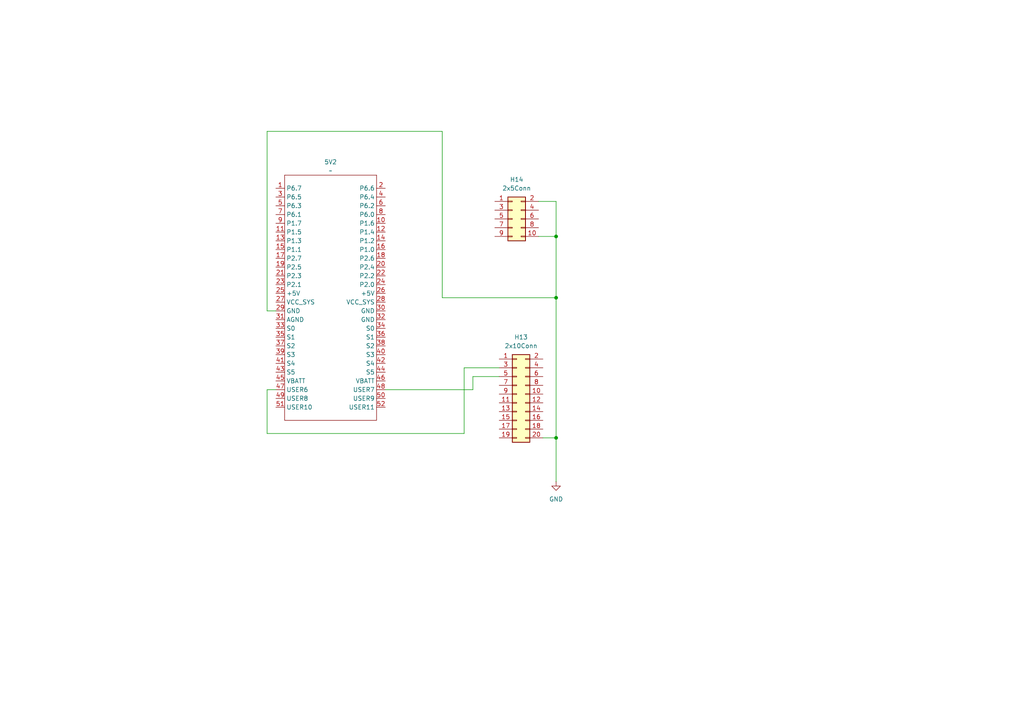
<source format=kicad_sch>
(kicad_sch
	(version 20231120)
	(generator "eeschema")
	(generator_version "8.0")
	(uuid "bc74a7a4-75c4-4c97-88d4-057cb7df2da3")
	(paper "A4")
	(lib_symbols
		(symbol "Connector_Generic:Conn_02x05_Odd_Even"
			(pin_names
				(offset 1.016) hide)
			(exclude_from_sim no)
			(in_bom yes)
			(on_board yes)
			(property "Reference" "J"
				(at 1.27 7.62 0)
				(effects
					(font
						(size 1.27 1.27)
					)
				)
			)
			(property "Value" "Conn_02x05_Odd_Even"
				(at 1.27 -7.62 0)
				(effects
					(font
						(size 1.27 1.27)
					)
				)
			)
			(property "Footprint" ""
				(at 0 0 0)
				(effects
					(font
						(size 1.27 1.27)
					)
					(hide yes)
				)
			)
			(property "Datasheet" "~"
				(at 0 0 0)
				(effects
					(font
						(size 1.27 1.27)
					)
					(hide yes)
				)
			)
			(property "Description" "Generic connector, double row, 02x05, odd/even pin numbering scheme (row 1 odd numbers, row 2 even numbers), script generated (kicad-library-utils/schlib/autogen/connector/)"
				(at 0 0 0)
				(effects
					(font
						(size 1.27 1.27)
					)
					(hide yes)
				)
			)
			(property "ki_keywords" "connector"
				(at 0 0 0)
				(effects
					(font
						(size 1.27 1.27)
					)
					(hide yes)
				)
			)
			(property "ki_fp_filters" "Connector*:*_2x??_*"
				(at 0 0 0)
				(effects
					(font
						(size 1.27 1.27)
					)
					(hide yes)
				)
			)
			(symbol "Conn_02x05_Odd_Even_1_1"
				(rectangle
					(start -1.27 -4.953)
					(end 0 -5.207)
					(stroke
						(width 0.1524)
						(type default)
					)
					(fill
						(type none)
					)
				)
				(rectangle
					(start -1.27 -2.413)
					(end 0 -2.667)
					(stroke
						(width 0.1524)
						(type default)
					)
					(fill
						(type none)
					)
				)
				(rectangle
					(start -1.27 0.127)
					(end 0 -0.127)
					(stroke
						(width 0.1524)
						(type default)
					)
					(fill
						(type none)
					)
				)
				(rectangle
					(start -1.27 2.667)
					(end 0 2.413)
					(stroke
						(width 0.1524)
						(type default)
					)
					(fill
						(type none)
					)
				)
				(rectangle
					(start -1.27 5.207)
					(end 0 4.953)
					(stroke
						(width 0.1524)
						(type default)
					)
					(fill
						(type none)
					)
				)
				(rectangle
					(start -1.27 6.35)
					(end 3.81 -6.35)
					(stroke
						(width 0.254)
						(type default)
					)
					(fill
						(type background)
					)
				)
				(rectangle
					(start 3.81 -4.953)
					(end 2.54 -5.207)
					(stroke
						(width 0.1524)
						(type default)
					)
					(fill
						(type none)
					)
				)
				(rectangle
					(start 3.81 -2.413)
					(end 2.54 -2.667)
					(stroke
						(width 0.1524)
						(type default)
					)
					(fill
						(type none)
					)
				)
				(rectangle
					(start 3.81 0.127)
					(end 2.54 -0.127)
					(stroke
						(width 0.1524)
						(type default)
					)
					(fill
						(type none)
					)
				)
				(rectangle
					(start 3.81 2.667)
					(end 2.54 2.413)
					(stroke
						(width 0.1524)
						(type default)
					)
					(fill
						(type none)
					)
				)
				(rectangle
					(start 3.81 5.207)
					(end 2.54 4.953)
					(stroke
						(width 0.1524)
						(type default)
					)
					(fill
						(type none)
					)
				)
				(pin passive line
					(at -5.08 5.08 0)
					(length 3.81)
					(name "Pin_1"
						(effects
							(font
								(size 1.27 1.27)
							)
						)
					)
					(number "1"
						(effects
							(font
								(size 1.27 1.27)
							)
						)
					)
				)
				(pin passive line
					(at 7.62 -5.08 180)
					(length 3.81)
					(name "Pin_10"
						(effects
							(font
								(size 1.27 1.27)
							)
						)
					)
					(number "10"
						(effects
							(font
								(size 1.27 1.27)
							)
						)
					)
				)
				(pin passive line
					(at 7.62 5.08 180)
					(length 3.81)
					(name "Pin_2"
						(effects
							(font
								(size 1.27 1.27)
							)
						)
					)
					(number "2"
						(effects
							(font
								(size 1.27 1.27)
							)
						)
					)
				)
				(pin passive line
					(at -5.08 2.54 0)
					(length 3.81)
					(name "Pin_3"
						(effects
							(font
								(size 1.27 1.27)
							)
						)
					)
					(number "3"
						(effects
							(font
								(size 1.27 1.27)
							)
						)
					)
				)
				(pin passive line
					(at 7.62 2.54 180)
					(length 3.81)
					(name "Pin_4"
						(effects
							(font
								(size 1.27 1.27)
							)
						)
					)
					(number "4"
						(effects
							(font
								(size 1.27 1.27)
							)
						)
					)
				)
				(pin passive line
					(at -5.08 0 0)
					(length 3.81)
					(name "Pin_5"
						(effects
							(font
								(size 1.27 1.27)
							)
						)
					)
					(number "5"
						(effects
							(font
								(size 1.27 1.27)
							)
						)
					)
				)
				(pin passive line
					(at 7.62 0 180)
					(length 3.81)
					(name "Pin_6"
						(effects
							(font
								(size 1.27 1.27)
							)
						)
					)
					(number "6"
						(effects
							(font
								(size 1.27 1.27)
							)
						)
					)
				)
				(pin passive line
					(at -5.08 -2.54 0)
					(length 3.81)
					(name "Pin_7"
						(effects
							(font
								(size 1.27 1.27)
							)
						)
					)
					(number "7"
						(effects
							(font
								(size 1.27 1.27)
							)
						)
					)
				)
				(pin passive line
					(at 7.62 -2.54 180)
					(length 3.81)
					(name "Pin_8"
						(effects
							(font
								(size 1.27 1.27)
							)
						)
					)
					(number "8"
						(effects
							(font
								(size 1.27 1.27)
							)
						)
					)
				)
				(pin passive line
					(at -5.08 -5.08 0)
					(length 3.81)
					(name "Pin_9"
						(effects
							(font
								(size 1.27 1.27)
							)
						)
					)
					(number "9"
						(effects
							(font
								(size 1.27 1.27)
							)
						)
					)
				)
			)
		)
		(symbol "Connector_Generic:Conn_02x10_Odd_Even"
			(pin_names
				(offset 1.016) hide)
			(exclude_from_sim no)
			(in_bom yes)
			(on_board yes)
			(property "Reference" "J"
				(at 1.27 12.7 0)
				(effects
					(font
						(size 1.27 1.27)
					)
				)
			)
			(property "Value" "Conn_02x10_Odd_Even"
				(at 1.27 -15.24 0)
				(effects
					(font
						(size 1.27 1.27)
					)
				)
			)
			(property "Footprint" ""
				(at 0 0 0)
				(effects
					(font
						(size 1.27 1.27)
					)
					(hide yes)
				)
			)
			(property "Datasheet" "~"
				(at 0 0 0)
				(effects
					(font
						(size 1.27 1.27)
					)
					(hide yes)
				)
			)
			(property "Description" "Generic connector, double row, 02x10, odd/even pin numbering scheme (row 1 odd numbers, row 2 even numbers), script generated (kicad-library-utils/schlib/autogen/connector/)"
				(at 0 0 0)
				(effects
					(font
						(size 1.27 1.27)
					)
					(hide yes)
				)
			)
			(property "ki_keywords" "connector"
				(at 0 0 0)
				(effects
					(font
						(size 1.27 1.27)
					)
					(hide yes)
				)
			)
			(property "ki_fp_filters" "Connector*:*_2x??_*"
				(at 0 0 0)
				(effects
					(font
						(size 1.27 1.27)
					)
					(hide yes)
				)
			)
			(symbol "Conn_02x10_Odd_Even_1_1"
				(rectangle
					(start -1.27 -12.573)
					(end 0 -12.827)
					(stroke
						(width 0.1524)
						(type default)
					)
					(fill
						(type none)
					)
				)
				(rectangle
					(start -1.27 -10.033)
					(end 0 -10.287)
					(stroke
						(width 0.1524)
						(type default)
					)
					(fill
						(type none)
					)
				)
				(rectangle
					(start -1.27 -7.493)
					(end 0 -7.747)
					(stroke
						(width 0.1524)
						(type default)
					)
					(fill
						(type none)
					)
				)
				(rectangle
					(start -1.27 -4.953)
					(end 0 -5.207)
					(stroke
						(width 0.1524)
						(type default)
					)
					(fill
						(type none)
					)
				)
				(rectangle
					(start -1.27 -2.413)
					(end 0 -2.667)
					(stroke
						(width 0.1524)
						(type default)
					)
					(fill
						(type none)
					)
				)
				(rectangle
					(start -1.27 0.127)
					(end 0 -0.127)
					(stroke
						(width 0.1524)
						(type default)
					)
					(fill
						(type none)
					)
				)
				(rectangle
					(start -1.27 2.667)
					(end 0 2.413)
					(stroke
						(width 0.1524)
						(type default)
					)
					(fill
						(type none)
					)
				)
				(rectangle
					(start -1.27 5.207)
					(end 0 4.953)
					(stroke
						(width 0.1524)
						(type default)
					)
					(fill
						(type none)
					)
				)
				(rectangle
					(start -1.27 7.747)
					(end 0 7.493)
					(stroke
						(width 0.1524)
						(type default)
					)
					(fill
						(type none)
					)
				)
				(rectangle
					(start -1.27 10.287)
					(end 0 10.033)
					(stroke
						(width 0.1524)
						(type default)
					)
					(fill
						(type none)
					)
				)
				(rectangle
					(start -1.27 11.43)
					(end 3.81 -13.97)
					(stroke
						(width 0.254)
						(type default)
					)
					(fill
						(type background)
					)
				)
				(rectangle
					(start 3.81 -12.573)
					(end 2.54 -12.827)
					(stroke
						(width 0.1524)
						(type default)
					)
					(fill
						(type none)
					)
				)
				(rectangle
					(start 3.81 -10.033)
					(end 2.54 -10.287)
					(stroke
						(width 0.1524)
						(type default)
					)
					(fill
						(type none)
					)
				)
				(rectangle
					(start 3.81 -7.493)
					(end 2.54 -7.747)
					(stroke
						(width 0.1524)
						(type default)
					)
					(fill
						(type none)
					)
				)
				(rectangle
					(start 3.81 -4.953)
					(end 2.54 -5.207)
					(stroke
						(width 0.1524)
						(type default)
					)
					(fill
						(type none)
					)
				)
				(rectangle
					(start 3.81 -2.413)
					(end 2.54 -2.667)
					(stroke
						(width 0.1524)
						(type default)
					)
					(fill
						(type none)
					)
				)
				(rectangle
					(start 3.81 0.127)
					(end 2.54 -0.127)
					(stroke
						(width 0.1524)
						(type default)
					)
					(fill
						(type none)
					)
				)
				(rectangle
					(start 3.81 2.667)
					(end 2.54 2.413)
					(stroke
						(width 0.1524)
						(type default)
					)
					(fill
						(type none)
					)
				)
				(rectangle
					(start 3.81 5.207)
					(end 2.54 4.953)
					(stroke
						(width 0.1524)
						(type default)
					)
					(fill
						(type none)
					)
				)
				(rectangle
					(start 3.81 7.747)
					(end 2.54 7.493)
					(stroke
						(width 0.1524)
						(type default)
					)
					(fill
						(type none)
					)
				)
				(rectangle
					(start 3.81 10.287)
					(end 2.54 10.033)
					(stroke
						(width 0.1524)
						(type default)
					)
					(fill
						(type none)
					)
				)
				(pin passive line
					(at -5.08 10.16 0)
					(length 3.81)
					(name "Pin_1"
						(effects
							(font
								(size 1.27 1.27)
							)
						)
					)
					(number "1"
						(effects
							(font
								(size 1.27 1.27)
							)
						)
					)
				)
				(pin passive line
					(at 7.62 0 180)
					(length 3.81)
					(name "Pin_10"
						(effects
							(font
								(size 1.27 1.27)
							)
						)
					)
					(number "10"
						(effects
							(font
								(size 1.27 1.27)
							)
						)
					)
				)
				(pin passive line
					(at -5.08 -2.54 0)
					(length 3.81)
					(name "Pin_11"
						(effects
							(font
								(size 1.27 1.27)
							)
						)
					)
					(number "11"
						(effects
							(font
								(size 1.27 1.27)
							)
						)
					)
				)
				(pin passive line
					(at 7.62 -2.54 180)
					(length 3.81)
					(name "Pin_12"
						(effects
							(font
								(size 1.27 1.27)
							)
						)
					)
					(number "12"
						(effects
							(font
								(size 1.27 1.27)
							)
						)
					)
				)
				(pin passive line
					(at -5.08 -5.08 0)
					(length 3.81)
					(name "Pin_13"
						(effects
							(font
								(size 1.27 1.27)
							)
						)
					)
					(number "13"
						(effects
							(font
								(size 1.27 1.27)
							)
						)
					)
				)
				(pin passive line
					(at 7.62 -5.08 180)
					(length 3.81)
					(name "Pin_14"
						(effects
							(font
								(size 1.27 1.27)
							)
						)
					)
					(number "14"
						(effects
							(font
								(size 1.27 1.27)
							)
						)
					)
				)
				(pin passive line
					(at -5.08 -7.62 0)
					(length 3.81)
					(name "Pin_15"
						(effects
							(font
								(size 1.27 1.27)
							)
						)
					)
					(number "15"
						(effects
							(font
								(size 1.27 1.27)
							)
						)
					)
				)
				(pin passive line
					(at 7.62 -7.62 180)
					(length 3.81)
					(name "Pin_16"
						(effects
							(font
								(size 1.27 1.27)
							)
						)
					)
					(number "16"
						(effects
							(font
								(size 1.27 1.27)
							)
						)
					)
				)
				(pin passive line
					(at -5.08 -10.16 0)
					(length 3.81)
					(name "Pin_17"
						(effects
							(font
								(size 1.27 1.27)
							)
						)
					)
					(number "17"
						(effects
							(font
								(size 1.27 1.27)
							)
						)
					)
				)
				(pin passive line
					(at 7.62 -10.16 180)
					(length 3.81)
					(name "Pin_18"
						(effects
							(font
								(size 1.27 1.27)
							)
						)
					)
					(number "18"
						(effects
							(font
								(size 1.27 1.27)
							)
						)
					)
				)
				(pin passive line
					(at -5.08 -12.7 0)
					(length 3.81)
					(name "Pin_19"
						(effects
							(font
								(size 1.27 1.27)
							)
						)
					)
					(number "19"
						(effects
							(font
								(size 1.27 1.27)
							)
						)
					)
				)
				(pin passive line
					(at 7.62 10.16 180)
					(length 3.81)
					(name "Pin_2"
						(effects
							(font
								(size 1.27 1.27)
							)
						)
					)
					(number "2"
						(effects
							(font
								(size 1.27 1.27)
							)
						)
					)
				)
				(pin passive line
					(at 7.62 -12.7 180)
					(length 3.81)
					(name "Pin_20"
						(effects
							(font
								(size 1.27 1.27)
							)
						)
					)
					(number "20"
						(effects
							(font
								(size 1.27 1.27)
							)
						)
					)
				)
				(pin passive line
					(at -5.08 7.62 0)
					(length 3.81)
					(name "Pin_3"
						(effects
							(font
								(size 1.27 1.27)
							)
						)
					)
					(number "3"
						(effects
							(font
								(size 1.27 1.27)
							)
						)
					)
				)
				(pin passive line
					(at 7.62 7.62 180)
					(length 3.81)
					(name "Pin_4"
						(effects
							(font
								(size 1.27 1.27)
							)
						)
					)
					(number "4"
						(effects
							(font
								(size 1.27 1.27)
							)
						)
					)
				)
				(pin passive line
					(at -5.08 5.08 0)
					(length 3.81)
					(name "Pin_5"
						(effects
							(font
								(size 1.27 1.27)
							)
						)
					)
					(number "5"
						(effects
							(font
								(size 1.27 1.27)
							)
						)
					)
				)
				(pin passive line
					(at 7.62 5.08 180)
					(length 3.81)
					(name "Pin_6"
						(effects
							(font
								(size 1.27 1.27)
							)
						)
					)
					(number "6"
						(effects
							(font
								(size 1.27 1.27)
							)
						)
					)
				)
				(pin passive line
					(at -5.08 2.54 0)
					(length 3.81)
					(name "Pin_7"
						(effects
							(font
								(size 1.27 1.27)
							)
						)
					)
					(number "7"
						(effects
							(font
								(size 1.27 1.27)
							)
						)
					)
				)
				(pin passive line
					(at 7.62 2.54 180)
					(length 3.81)
					(name "Pin_8"
						(effects
							(font
								(size 1.27 1.27)
							)
						)
					)
					(number "8"
						(effects
							(font
								(size 1.27 1.27)
							)
						)
					)
				)
				(pin passive line
					(at -5.08 0 0)
					(length 3.81)
					(name "Pin_9"
						(effects
							(font
								(size 1.27 1.27)
							)
						)
					)
					(number "9"
						(effects
							(font
								(size 1.27 1.27)
							)
						)
					)
				)
			)
		)
		(symbol "NewSymbols:H2H-2X26-F"
			(exclude_from_sim no)
			(in_bom yes)
			(on_board yes)
			(property "Reference" "5V26"
				(at -10.16 17.018 0)
				(effects
					(font
						(size 1.27 1.27)
					)
				)
			)
			(property "Value" ""
				(at 0 0 0)
				(effects
					(font
						(size 1.27 1.27)
					)
				)
			)
			(property "Footprint" ""
				(at 0 0 0)
				(effects
					(font
						(size 1.27 1.27)
					)
					(hide yes)
				)
			)
			(property "Datasheet" ""
				(at 0 0 0)
				(effects
					(font
						(size 1.27 1.27)
					)
					(hide yes)
				)
			)
			(property "Description" ""
				(at 0 0 0)
				(effects
					(font
						(size 1.27 1.27)
					)
					(hide yes)
				)
			)
			(symbol "H2H-2X26-F_0_1"
				(polyline
					(pts
						(xy 13.97 15.24) (xy -12.7 15.24)
					)
					(stroke
						(width 0)
						(type default)
					)
					(fill
						(type none)
					)
				)
				(polyline
					(pts
						(xy -12.7 15.24) (xy -12.7 -55.88) (xy 13.97 -55.88) (xy 13.97 15.24)
					)
					(stroke
						(width 0)
						(type default)
					)
					(fill
						(type none)
					)
				)
			)
			(symbol "H2H-2X26-F_1_1"
				(pin input line
					(at -15.24 11.43 0)
					(length 2.54)
					(name "P6.7"
						(effects
							(font
								(size 1.27 1.27)
							)
						)
					)
					(number "1"
						(effects
							(font
								(size 1.27 1.27)
							)
						)
					)
				)
				(pin input line
					(at 16.51 1.27 180)
					(length 2.54)
					(name "P1.6"
						(effects
							(font
								(size 1.27 1.27)
							)
						)
					)
					(number "10"
						(effects
							(font
								(size 1.27 1.27)
							)
						)
					)
				)
				(pin input line
					(at -15.24 -1.27 0)
					(length 2.54)
					(name "P1.5"
						(effects
							(font
								(size 1.27 1.27)
							)
						)
					)
					(number "11"
						(effects
							(font
								(size 1.27 1.27)
							)
						)
					)
				)
				(pin input line
					(at 16.51 -1.27 180)
					(length 2.54)
					(name "P1.4"
						(effects
							(font
								(size 1.27 1.27)
							)
						)
					)
					(number "12"
						(effects
							(font
								(size 1.27 1.27)
							)
						)
					)
				)
				(pin input line
					(at -15.24 -3.81 0)
					(length 2.54)
					(name "P1.3"
						(effects
							(font
								(size 1.27 1.27)
							)
						)
					)
					(number "13"
						(effects
							(font
								(size 1.27 1.27)
							)
						)
					)
				)
				(pin input line
					(at 16.51 -3.81 180)
					(length 2.54)
					(name "P1.2"
						(effects
							(font
								(size 1.27 1.27)
							)
						)
					)
					(number "14"
						(effects
							(font
								(size 1.27 1.27)
							)
						)
					)
				)
				(pin input line
					(at -15.24 -6.35 0)
					(length 2.54)
					(name "P1.1"
						(effects
							(font
								(size 1.27 1.27)
							)
						)
					)
					(number "15"
						(effects
							(font
								(size 1.27 1.27)
							)
						)
					)
				)
				(pin input line
					(at 16.51 -6.35 180)
					(length 2.54)
					(name "P1.0"
						(effects
							(font
								(size 1.27 1.27)
							)
						)
					)
					(number "16"
						(effects
							(font
								(size 1.27 1.27)
							)
						)
					)
				)
				(pin input line
					(at -15.24 -8.89 0)
					(length 2.54)
					(name "P2.7"
						(effects
							(font
								(size 1.27 1.27)
							)
						)
					)
					(number "17"
						(effects
							(font
								(size 1.27 1.27)
							)
						)
					)
				)
				(pin input line
					(at 16.51 -8.89 180)
					(length 2.54)
					(name "P2.6"
						(effects
							(font
								(size 1.27 1.27)
							)
						)
					)
					(number "18"
						(effects
							(font
								(size 1.27 1.27)
							)
						)
					)
				)
				(pin input line
					(at -15.24 -11.43 0)
					(length 2.54)
					(name "P2.5"
						(effects
							(font
								(size 1.27 1.27)
							)
						)
					)
					(number "19"
						(effects
							(font
								(size 1.27 1.27)
							)
						)
					)
				)
				(pin input line
					(at 16.51 11.43 180)
					(length 2.54)
					(name "P6.6"
						(effects
							(font
								(size 1.27 1.27)
							)
						)
					)
					(number "2"
						(effects
							(font
								(size 1.27 1.27)
							)
						)
					)
				)
				(pin input line
					(at 16.51 -11.43 180)
					(length 2.54)
					(name "P2.4"
						(effects
							(font
								(size 1.27 1.27)
							)
						)
					)
					(number "20"
						(effects
							(font
								(size 1.27 1.27)
							)
						)
					)
				)
				(pin input line
					(at -15.24 -13.97 0)
					(length 2.54)
					(name "P2.3"
						(effects
							(font
								(size 1.27 1.27)
							)
						)
					)
					(number "21"
						(effects
							(font
								(size 1.27 1.27)
							)
						)
					)
				)
				(pin input line
					(at 16.51 -13.97 180)
					(length 2.54)
					(name "P2.2"
						(effects
							(font
								(size 1.27 1.27)
							)
						)
					)
					(number "22"
						(effects
							(font
								(size 1.27 1.27)
							)
						)
					)
				)
				(pin input line
					(at -15.24 -16.51 0)
					(length 2.54)
					(name "P2.1"
						(effects
							(font
								(size 1.27 1.27)
							)
						)
					)
					(number "23"
						(effects
							(font
								(size 1.27 1.27)
							)
						)
					)
				)
				(pin input line
					(at 16.51 -16.51 180)
					(length 2.54)
					(name "P2.0"
						(effects
							(font
								(size 1.27 1.27)
							)
						)
					)
					(number "24"
						(effects
							(font
								(size 1.27 1.27)
							)
						)
					)
				)
				(pin passive line
					(at -15.24 -19.05 0)
					(length 2.54)
					(name "+5V"
						(effects
							(font
								(size 1.27 1.27)
							)
						)
					)
					(number "25"
						(effects
							(font
								(size 1.27 1.27)
							)
						)
					)
				)
				(pin passive line
					(at 16.51 -19.05 180)
					(length 2.54)
					(name "+5V"
						(effects
							(font
								(size 1.27 1.27)
							)
						)
					)
					(number "26"
						(effects
							(font
								(size 1.27 1.27)
							)
						)
					)
				)
				(pin passive line
					(at -15.24 -21.59 0)
					(length 2.54)
					(name "VCC_SYS"
						(effects
							(font
								(size 1.27 1.27)
							)
						)
					)
					(number "27"
						(effects
							(font
								(size 1.27 1.27)
							)
						)
					)
				)
				(pin passive line
					(at 16.51 -21.59 180)
					(length 2.54)
					(name "VCC_SYS"
						(effects
							(font
								(size 1.27 1.27)
							)
						)
					)
					(number "28"
						(effects
							(font
								(size 1.27 1.27)
							)
						)
					)
				)
				(pin input line
					(at -15.24 -24.13 0)
					(length 2.54)
					(name "GND"
						(effects
							(font
								(size 1.27 1.27)
							)
						)
					)
					(number "29"
						(effects
							(font
								(size 1.27 1.27)
							)
						)
					)
				)
				(pin input line
					(at -15.24 8.89 0)
					(length 2.54)
					(name "P6.5"
						(effects
							(font
								(size 1.27 1.27)
							)
						)
					)
					(number "3"
						(effects
							(font
								(size 1.27 1.27)
							)
						)
					)
				)
				(pin input line
					(at 16.51 -24.13 180)
					(length 2.54)
					(name "GND"
						(effects
							(font
								(size 1.27 1.27)
							)
						)
					)
					(number "30"
						(effects
							(font
								(size 1.27 1.27)
							)
						)
					)
				)
				(pin passive line
					(at -15.24 -26.67 0)
					(length 2.54)
					(name "AGND"
						(effects
							(font
								(size 1.27 1.27)
							)
						)
					)
					(number "31"
						(effects
							(font
								(size 1.27 1.27)
							)
						)
					)
				)
				(pin input line
					(at 16.51 -26.67 180)
					(length 2.54)
					(name "GND"
						(effects
							(font
								(size 1.27 1.27)
							)
						)
					)
					(number "32"
						(effects
							(font
								(size 1.27 1.27)
							)
						)
					)
				)
				(pin passive line
					(at -15.24 -29.21 0)
					(length 2.54)
					(name "S0"
						(effects
							(font
								(size 1.27 1.27)
							)
						)
					)
					(number "33"
						(effects
							(font
								(size 1.27 1.27)
							)
						)
					)
				)
				(pin passive line
					(at 16.51 -29.21 180)
					(length 2.54)
					(name "S0"
						(effects
							(font
								(size 1.27 1.27)
							)
						)
					)
					(number "34"
						(effects
							(font
								(size 1.27 1.27)
							)
						)
					)
				)
				(pin passive line
					(at -15.24 -31.75 0)
					(length 2.54)
					(name "S1"
						(effects
							(font
								(size 1.27 1.27)
							)
						)
					)
					(number "35"
						(effects
							(font
								(size 1.27 1.27)
							)
						)
					)
				)
				(pin passive line
					(at 16.51 -31.75 180)
					(length 2.54)
					(name "S1"
						(effects
							(font
								(size 1.27 1.27)
							)
						)
					)
					(number "36"
						(effects
							(font
								(size 1.27 1.27)
							)
						)
					)
				)
				(pin passive line
					(at -15.24 -34.29 0)
					(length 2.54)
					(name "S2"
						(effects
							(font
								(size 1.27 1.27)
							)
						)
					)
					(number "37"
						(effects
							(font
								(size 1.27 1.27)
							)
						)
					)
				)
				(pin passive line
					(at 16.51 -34.29 180)
					(length 2.54)
					(name "S2"
						(effects
							(font
								(size 1.27 1.27)
							)
						)
					)
					(number "38"
						(effects
							(font
								(size 1.27 1.27)
							)
						)
					)
				)
				(pin passive line
					(at -15.24 -36.83 0)
					(length 2.54)
					(name "S3"
						(effects
							(font
								(size 1.27 1.27)
							)
						)
					)
					(number "39"
						(effects
							(font
								(size 1.27 1.27)
							)
						)
					)
				)
				(pin input line
					(at 16.51 8.89 180)
					(length 2.54)
					(name "P6.4"
						(effects
							(font
								(size 1.27 1.27)
							)
						)
					)
					(number "4"
						(effects
							(font
								(size 1.27 1.27)
							)
						)
					)
				)
				(pin passive line
					(at 16.51 -36.83 180)
					(length 2.54)
					(name "S3"
						(effects
							(font
								(size 1.27 1.27)
							)
						)
					)
					(number "40"
						(effects
							(font
								(size 1.27 1.27)
							)
						)
					)
				)
				(pin passive line
					(at -15.24 -39.37 0)
					(length 2.54)
					(name "S4"
						(effects
							(font
								(size 1.27 1.27)
							)
						)
					)
					(number "41"
						(effects
							(font
								(size 1.27 1.27)
							)
						)
					)
				)
				(pin passive line
					(at 16.51 -39.37 180)
					(length 2.54)
					(name "S4"
						(effects
							(font
								(size 1.27 1.27)
							)
						)
					)
					(number "42"
						(effects
							(font
								(size 1.27 1.27)
							)
						)
					)
				)
				(pin passive line
					(at -15.24 -41.91 0)
					(length 2.54)
					(name "S5"
						(effects
							(font
								(size 1.27 1.27)
							)
						)
					)
					(number "43"
						(effects
							(font
								(size 1.27 1.27)
							)
						)
					)
				)
				(pin passive line
					(at 16.51 -41.91 180)
					(length 2.54)
					(name "S5"
						(effects
							(font
								(size 1.27 1.27)
							)
						)
					)
					(number "44"
						(effects
							(font
								(size 1.27 1.27)
							)
						)
					)
				)
				(pin passive line
					(at -15.24 -44.45 0)
					(length 2.54)
					(name "VBATT"
						(effects
							(font
								(size 1.27 1.27)
							)
						)
					)
					(number "45"
						(effects
							(font
								(size 1.27 1.27)
							)
						)
					)
				)
				(pin passive line
					(at 16.51 -44.45 180)
					(length 2.54)
					(name "VBATT"
						(effects
							(font
								(size 1.27 1.27)
							)
						)
					)
					(number "46"
						(effects
							(font
								(size 1.27 1.27)
							)
						)
					)
				)
				(pin input line
					(at -15.24 -46.99 0)
					(length 2.54)
					(name "USER6"
						(effects
							(font
								(size 1.27 1.27)
							)
						)
					)
					(number "47"
						(effects
							(font
								(size 1.27 1.27)
							)
						)
					)
				)
				(pin input line
					(at 16.51 -46.99 180)
					(length 2.54)
					(name "USER7"
						(effects
							(font
								(size 1.27 1.27)
							)
						)
					)
					(number "48"
						(effects
							(font
								(size 1.27 1.27)
							)
						)
					)
				)
				(pin input line
					(at -15.24 -49.53 0)
					(length 2.54)
					(name "USER8"
						(effects
							(font
								(size 1.27 1.27)
							)
						)
					)
					(number "49"
						(effects
							(font
								(size 1.27 1.27)
							)
						)
					)
				)
				(pin input line
					(at -15.24 6.35 0)
					(length 2.54)
					(name "P6.3"
						(effects
							(font
								(size 1.27 1.27)
							)
						)
					)
					(number "5"
						(effects
							(font
								(size 1.27 1.27)
							)
						)
					)
				)
				(pin input line
					(at 16.51 -49.53 180)
					(length 2.54)
					(name "USER9"
						(effects
							(font
								(size 1.27 1.27)
							)
						)
					)
					(number "50"
						(effects
							(font
								(size 1.27 1.27)
							)
						)
					)
				)
				(pin input line
					(at -15.24 -52.07 0)
					(length 2.54)
					(name "USER10"
						(effects
							(font
								(size 1.27 1.27)
							)
						)
					)
					(number "51"
						(effects
							(font
								(size 1.27 1.27)
							)
						)
					)
				)
				(pin input line
					(at 16.51 -52.07 180)
					(length 2.54)
					(name "USER11"
						(effects
							(font
								(size 1.27 1.27)
							)
						)
					)
					(number "52"
						(effects
							(font
								(size 1.27 1.27)
							)
						)
					)
				)
				(pin input line
					(at 16.51 6.35 180)
					(length 2.54)
					(name "P6.2"
						(effects
							(font
								(size 1.27 1.27)
							)
						)
					)
					(number "6"
						(effects
							(font
								(size 1.27 1.27)
							)
						)
					)
				)
				(pin input line
					(at -15.24 3.81 0)
					(length 2.54)
					(name "P6.1"
						(effects
							(font
								(size 1.27 1.27)
							)
						)
					)
					(number "7"
						(effects
							(font
								(size 1.27 1.27)
							)
						)
					)
				)
				(pin input line
					(at 16.51 3.81 180)
					(length 2.54)
					(name "P6.0"
						(effects
							(font
								(size 1.27 1.27)
							)
						)
					)
					(number "8"
						(effects
							(font
								(size 1.27 1.27)
							)
						)
					)
				)
				(pin input line
					(at -15.24 1.27 0)
					(length 2.54)
					(name "P1.7"
						(effects
							(font
								(size 1.27 1.27)
							)
						)
					)
					(number "9"
						(effects
							(font
								(size 1.27 1.27)
							)
						)
					)
				)
			)
		)
		(symbol "power:GND"
			(power)
			(pin_numbers hide)
			(pin_names
				(offset 0) hide)
			(exclude_from_sim no)
			(in_bom yes)
			(on_board yes)
			(property "Reference" "#PWR"
				(at 0 -6.35 0)
				(effects
					(font
						(size 1.27 1.27)
					)
					(hide yes)
				)
			)
			(property "Value" "GND"
				(at 0 -3.81 0)
				(effects
					(font
						(size 1.27 1.27)
					)
				)
			)
			(property "Footprint" ""
				(at 0 0 0)
				(effects
					(font
						(size 1.27 1.27)
					)
					(hide yes)
				)
			)
			(property "Datasheet" ""
				(at 0 0 0)
				(effects
					(font
						(size 1.27 1.27)
					)
					(hide yes)
				)
			)
			(property "Description" "Power symbol creates a global label with name \"GND\" , ground"
				(at 0 0 0)
				(effects
					(font
						(size 1.27 1.27)
					)
					(hide yes)
				)
			)
			(property "ki_keywords" "global power"
				(at 0 0 0)
				(effects
					(font
						(size 1.27 1.27)
					)
					(hide yes)
				)
			)
			(symbol "GND_0_1"
				(polyline
					(pts
						(xy 0 0) (xy 0 -1.27) (xy 1.27 -1.27) (xy 0 -2.54) (xy -1.27 -1.27) (xy 0 -1.27)
					)
					(stroke
						(width 0)
						(type default)
					)
					(fill
						(type none)
					)
				)
			)
			(symbol "GND_1_1"
				(pin power_in line
					(at 0 0 270)
					(length 0)
					(name "~"
						(effects
							(font
								(size 1.27 1.27)
							)
						)
					)
					(number "1"
						(effects
							(font
								(size 1.27 1.27)
							)
						)
					)
				)
			)
		)
	)
	(junction
		(at 161.29 86.36)
		(diameter 0)
		(color 0 0 0 0)
		(uuid "0a8569e9-b84a-4d90-b676-07bf67c39466")
	)
	(junction
		(at 161.29 68.58)
		(diameter 0)
		(color 0 0 0 0)
		(uuid "129e2c60-4cd1-4d38-b1af-0ae7bee18509")
	)
	(junction
		(at 161.29 127)
		(diameter 0)
		(color 0 0 0 0)
		(uuid "1357dfb6-1af0-42a5-ac23-6cabc4b313a7")
	)
	(wire
		(pts
			(xy 128.27 38.1) (xy 128.27 86.36)
		)
		(stroke
			(width 0)
			(type default)
		)
		(uuid "021c76a2-32fa-4ec0-b95f-0a8ee3798e4c")
	)
	(wire
		(pts
			(xy 156.21 58.42) (xy 161.29 58.42)
		)
		(stroke
			(width 0)
			(type default)
		)
		(uuid "09c8d47b-65ae-4332-829e-5dd2d8560561")
	)
	(wire
		(pts
			(xy 77.47 125.73) (xy 134.62 125.73)
		)
		(stroke
			(width 0)
			(type default)
		)
		(uuid "1dbd9911-c460-4260-bc02-bf87b5c73485")
	)
	(wire
		(pts
			(xy 77.47 90.17) (xy 77.47 38.1)
		)
		(stroke
			(width 0)
			(type default)
		)
		(uuid "2cc3c58e-bc24-4920-a9bf-a32dbcb15618")
	)
	(wire
		(pts
			(xy 161.29 68.58) (xy 161.29 86.36)
		)
		(stroke
			(width 0)
			(type default)
		)
		(uuid "41bae8c0-8bbd-449d-826f-c88d21799700")
	)
	(wire
		(pts
			(xy 161.29 58.42) (xy 161.29 68.58)
		)
		(stroke
			(width 0)
			(type default)
		)
		(uuid "487d6f30-8897-437c-a56e-0a009187470d")
	)
	(wire
		(pts
			(xy 161.29 127) (xy 161.29 139.7)
		)
		(stroke
			(width 0)
			(type default)
		)
		(uuid "5ec0b91d-406c-4a43-870c-01e2ca82ec0a")
	)
	(wire
		(pts
			(xy 157.48 127) (xy 161.29 127)
		)
		(stroke
			(width 0)
			(type default)
		)
		(uuid "65dfddb7-888e-4ec1-bc6e-2836d576c75e")
	)
	(wire
		(pts
			(xy 80.01 113.03) (xy 77.47 113.03)
		)
		(stroke
			(width 0)
			(type default)
		)
		(uuid "69108241-d3e0-478c-bc14-b794bcacc376")
	)
	(wire
		(pts
			(xy 128.27 86.36) (xy 161.29 86.36)
		)
		(stroke
			(width 0)
			(type default)
		)
		(uuid "6aa20ffd-c878-4f32-9766-dfbc63edc893")
	)
	(wire
		(pts
			(xy 80.01 90.17) (xy 77.47 90.17)
		)
		(stroke
			(width 0)
			(type default)
		)
		(uuid "76b48c04-c5e9-44a9-a14f-bd4bf2876efe")
	)
	(wire
		(pts
			(xy 137.16 113.03) (xy 137.16 109.22)
		)
		(stroke
			(width 0)
			(type default)
		)
		(uuid "76bb1181-a31e-4233-93d3-fe8d79385217")
	)
	(wire
		(pts
			(xy 77.47 38.1) (xy 128.27 38.1)
		)
		(stroke
			(width 0)
			(type default)
		)
		(uuid "800a680c-4126-4f6f-b7f2-8eb43f499f16")
	)
	(wire
		(pts
			(xy 137.16 109.22) (xy 144.78 109.22)
		)
		(stroke
			(width 0)
			(type default)
		)
		(uuid "acefd060-39b5-47f2-b10e-59fb2a79159a")
	)
	(wire
		(pts
			(xy 134.62 125.73) (xy 134.62 106.68)
		)
		(stroke
			(width 0)
			(type default)
		)
		(uuid "b06db2fd-9515-4d71-936e-e359791e600d")
	)
	(wire
		(pts
			(xy 134.62 106.68) (xy 144.78 106.68)
		)
		(stroke
			(width 0)
			(type default)
		)
		(uuid "b76cf161-2a69-4aa5-98c9-c18ee254e556")
	)
	(wire
		(pts
			(xy 111.76 113.03) (xy 137.16 113.03)
		)
		(stroke
			(width 0)
			(type default)
		)
		(uuid "b95aed7c-e0bf-48c1-afa5-07a0dabd7a2e")
	)
	(wire
		(pts
			(xy 156.21 68.58) (xy 161.29 68.58)
		)
		(stroke
			(width 0)
			(type default)
		)
		(uuid "c644aaf8-54a2-4d69-9763-98d109b340a7")
	)
	(wire
		(pts
			(xy 161.29 86.36) (xy 161.29 127)
		)
		(stroke
			(width 0)
			(type default)
		)
		(uuid "cb3e5cd9-1382-4e15-a185-65f3f0d4196a")
	)
	(wire
		(pts
			(xy 77.47 113.03) (xy 77.47 125.73)
		)
		(stroke
			(width 0)
			(type default)
		)
		(uuid "e8d78aef-4aab-44bd-81f3-5246ef5c4218")
	)
	(symbol
		(lib_id "power:GND")
		(at 161.29 139.7 0)
		(unit 1)
		(exclude_from_sim no)
		(in_bom yes)
		(on_board yes)
		(dnp no)
		(fields_autoplaced yes)
		(uuid "0a95e355-443f-4359-be17-2f4848ab148e")
		(property "Reference" "#PWR01"
			(at 161.29 146.05 0)
			(effects
				(font
					(size 1.27 1.27)
				)
				(hide yes)
			)
		)
		(property "Value" "GND"
			(at 161.29 144.78 0)
			(effects
				(font
					(size 1.27 1.27)
				)
			)
		)
		(property "Footprint" ""
			(at 161.29 139.7 0)
			(effects
				(font
					(size 1.27 1.27)
				)
				(hide yes)
			)
		)
		(property "Datasheet" ""
			(at 161.29 139.7 0)
			(effects
				(font
					(size 1.27 1.27)
				)
				(hide yes)
			)
		)
		(property "Description" "Power symbol creates a global label with name \"GND\" , ground"
			(at 161.29 139.7 0)
			(effects
				(font
					(size 1.27 1.27)
				)
				(hide yes)
			)
		)
		(pin "1"
			(uuid "542393fa-01d3-4062-af05-04acaae36914")
		)
		(instances
			(project ""
				(path "/4940c63c-65b5-4f17-bae9-f8f159cf243f/d8d011fc-6e0f-4dac-b9fe-7bf9bfd451d2"
					(reference "#PWR01")
					(unit 1)
				)
			)
		)
	)
	(symbol
		(lib_id "Connector_Generic:Conn_02x05_Odd_Even")
		(at 148.59 63.5 0)
		(unit 1)
		(exclude_from_sim no)
		(in_bom yes)
		(on_board yes)
		(dnp no)
		(fields_autoplaced yes)
		(uuid "2aa784ad-9641-4b88-a8e0-82c4945886c4")
		(property "Reference" "H14"
			(at 149.86 52.07 0)
			(effects
				(font
					(size 1.27 1.27)
				)
			)
		)
		(property "Value" "2x5Conn"
			(at 149.86 54.61 0)
			(effects
				(font
					(size 1.27 1.27)
				)
			)
		)
		(property "Footprint" ""
			(at 148.59 63.5 0)
			(effects
				(font
					(size 1.27 1.27)
				)
				(hide yes)
			)
		)
		(property "Datasheet" "~"
			(at 148.59 63.5 0)
			(effects
				(font
					(size 1.27 1.27)
				)
				(hide yes)
			)
		)
		(property "Description" "Generic connector, double row, 02x05, odd/even pin numbering scheme (row 1 odd numbers, row 2 even numbers), script generated (kicad-library-utils/schlib/autogen/connector/)"
			(at 148.59 63.5 0)
			(effects
				(font
					(size 1.27 1.27)
				)
				(hide yes)
			)
		)
		(pin "6"
			(uuid "74e079b2-1d23-471e-951a-c6ba6f502264")
		)
		(pin "8"
			(uuid "09461535-028c-41a5-a201-78692775a135")
		)
		(pin "9"
			(uuid "8feacc60-43d2-4d42-80dc-6218772da80a")
		)
		(pin "3"
			(uuid "2380c39d-3e83-4000-ab56-a3f3bc506522")
		)
		(pin "4"
			(uuid "1c88c2d0-39e5-45ba-9ff3-38dc32805455")
		)
		(pin "2"
			(uuid "56b8411e-bdc0-41f6-a65e-67ef691732e7")
		)
		(pin "1"
			(uuid "d46302fe-f8ae-4447-a204-3cf43e2bee06")
		)
		(pin "7"
			(uuid "83490543-1195-4a90-a87f-97fb6272f576")
		)
		(pin "10"
			(uuid "2a5c4ed5-c517-4a88-83a9-532f95368843")
		)
		(pin "5"
			(uuid "5f38adc5-eaba-4e15-ba99-f831fe447011")
		)
		(instances
			(project "BOBPrototype"
				(path "/4940c63c-65b5-4f17-bae9-f8f159cf243f/d8d011fc-6e0f-4dac-b9fe-7bf9bfd451d2"
					(reference "H14")
					(unit 1)
				)
			)
		)
	)
	(symbol
		(lib_id "Connector_Generic:Conn_02x10_Odd_Even")
		(at 149.86 114.3 0)
		(unit 1)
		(exclude_from_sim no)
		(in_bom yes)
		(on_board yes)
		(dnp no)
		(fields_autoplaced yes)
		(uuid "5a5f69b3-3d20-4b8d-a430-783c75be2bd7")
		(property "Reference" "H13"
			(at 151.13 97.79 0)
			(effects
				(font
					(size 1.27 1.27)
				)
			)
		)
		(property "Value" "2x10Conn"
			(at 151.13 100.33 0)
			(effects
				(font
					(size 1.27 1.27)
				)
			)
		)
		(property "Footprint" ""
			(at 149.86 114.3 0)
			(effects
				(font
					(size 1.27 1.27)
				)
				(hide yes)
			)
		)
		(property "Datasheet" "~"
			(at 149.86 114.3 0)
			(effects
				(font
					(size 1.27 1.27)
				)
				(hide yes)
			)
		)
		(property "Description" "Generic connector, double row, 02x10, odd/even pin numbering scheme (row 1 odd numbers, row 2 even numbers), script generated (kicad-library-utils/schlib/autogen/connector/)"
			(at 149.86 114.3 0)
			(effects
				(font
					(size 1.27 1.27)
				)
				(hide yes)
			)
		)
		(pin "13"
			(uuid "c84191b0-1618-444b-86ca-186440c7beff")
		)
		(pin "15"
			(uuid "1aaf6b67-8ede-47b4-b750-4cf03aed65b1")
		)
		(pin "4"
			(uuid "7f14f249-92fa-4e31-a6b2-0dd41ff40aa9")
		)
		(pin "20"
			(uuid "53e8dc83-e6ce-48d2-95e4-552528d7b733")
		)
		(pin "9"
			(uuid "39bff433-6256-4686-b868-e6c0bd7063e8")
		)
		(pin "11"
			(uuid "0a593ff5-9b7b-4249-98eb-213bc11d5211")
		)
		(pin "12"
			(uuid "aa30d6d0-84f2-48d8-8517-9d7b9ebaaa07")
		)
		(pin "14"
			(uuid "fbc17921-0918-407b-90f9-8837e4f7e4ed")
		)
		(pin "18"
			(uuid "f2bbd8e2-57a1-41ec-8dbc-e867f288f623")
		)
		(pin "7"
			(uuid "d023e239-56a4-400c-a801-62fe1082db3e")
		)
		(pin "16"
			(uuid "b4261563-ce54-41e3-9519-59175e9fe7f3")
		)
		(pin "3"
			(uuid "cc5fe7cb-d3ad-4e7b-b1ff-cda677df6c84")
		)
		(pin "10"
			(uuid "bbdc24a1-18fa-45e5-844f-3c9ad9dcb24c")
		)
		(pin "5"
			(uuid "ab598501-6b14-4e20-9151-d3c994c6f0bf")
		)
		(pin "17"
			(uuid "2da2d220-af54-42de-b963-8bc8451876ee")
		)
		(pin "8"
			(uuid "e0f1565e-4cd9-4908-b7d0-6f0b06d816ac")
		)
		(pin "19"
			(uuid "0c18a80e-5098-4499-80f0-49daece2e94f")
		)
		(pin "2"
			(uuid "7fc1475c-168a-4bb1-ace2-f07d5830a536")
		)
		(pin "1"
			(uuid "8321a96e-2803-4d94-ad61-f24cbe0e12bd")
		)
		(pin "6"
			(uuid "7fec1274-fc5c-4c66-8afb-6aff0f309708")
		)
		(instances
			(project "BOBPrototype"
				(path "/4940c63c-65b5-4f17-bae9-f8f159cf243f/d8d011fc-6e0f-4dac-b9fe-7bf9bfd451d2"
					(reference "H13")
					(unit 1)
				)
			)
		)
	)
	(symbol
		(lib_id "NewSymbols:H2H-2X26-F")
		(at 95.25 66.04 0)
		(unit 1)
		(exclude_from_sim no)
		(in_bom yes)
		(on_board yes)
		(dnp no)
		(fields_autoplaced yes)
		(uuid "b1dbb16d-ec1d-4ae0-8a75-ca0d59505415")
		(property "Reference" "5V2"
			(at 95.885 46.99 0)
			(effects
				(font
					(size 1.27 1.27)
				)
			)
		)
		(property "Value" "~"
			(at 95.885 49.53 0)
			(effects
				(font
					(size 1.27 1.27)
				)
			)
		)
		(property "Footprint" ""
			(at 95.25 66.04 0)
			(effects
				(font
					(size 1.27 1.27)
				)
				(hide yes)
			)
		)
		(property "Datasheet" ""
			(at 95.25 66.04 0)
			(effects
				(font
					(size 1.27 1.27)
				)
				(hide yes)
			)
		)
		(property "Description" ""
			(at 95.25 66.04 0)
			(effects
				(font
					(size 1.27 1.27)
				)
				(hide yes)
			)
		)
		(pin "8"
			(uuid "14781d15-76e6-46b2-8737-a4bbf7228cc5")
		)
		(pin "7"
			(uuid "7a5763cf-ed43-4791-9ff0-04237d91f2a9")
		)
		(pin "9"
			(uuid "3d76833e-c052-481b-8941-307f53c7a7c6")
		)
		(pin "52"
			(uuid "0233b8a5-5d3a-4121-b216-5eb531f8501c")
		)
		(pin "51"
			(uuid "c45d4f4e-cd2d-4757-a07d-1194cade522e")
		)
		(pin "6"
			(uuid "05da37dc-7420-4a5e-9943-2547a0d7cf61")
		)
		(pin "36"
			(uuid "dea57047-cb6c-48c8-a076-1db3e26b2c66")
		)
		(pin "43"
			(uuid "0e2f1176-712d-436c-ad2d-b2f6214c83a6")
		)
		(pin "38"
			(uuid "44652a7b-d338-4946-a7e0-02e944be7d87")
		)
		(pin "31"
			(uuid "9ddca690-d458-408b-b8d8-a25133da4abc")
		)
		(pin "35"
			(uuid "15cddf99-299e-437d-a976-a8b68bb01517")
		)
		(pin "16"
			(uuid "ddda2d78-403b-455a-a748-94fa7b2c611b")
		)
		(pin "27"
			(uuid "b30c0849-e6c2-45df-895b-98b6642c964e")
		)
		(pin "23"
			(uuid "a4285c46-a35d-462d-9426-393d8a11eebe")
		)
		(pin "13"
			(uuid "11817728-715d-483d-af83-4aa921429ead")
		)
		(pin "42"
			(uuid "23b79d4b-0e7f-4ea8-8123-53e969217cb0")
		)
		(pin "40"
			(uuid "735ca106-c072-442a-ae5c-e2dcc5a6efc1")
		)
		(pin "48"
			(uuid "217a72a1-39b6-4215-ab1c-a1ec823cc7be")
		)
		(pin "17"
			(uuid "d26cce47-6e5b-4398-94c0-efbce7a248b7")
		)
		(pin "49"
			(uuid "ab89fe6f-c646-44c2-9ac9-ef257468b0c3")
		)
		(pin "15"
			(uuid "393af3e1-48f8-41bc-b488-ea639798f1a8")
		)
		(pin "21"
			(uuid "e8283121-9bc6-4185-b883-e651cbfb1984")
		)
		(pin "14"
			(uuid "b8de19d7-eada-4e08-bd50-74dd9a720602")
		)
		(pin "20"
			(uuid "d4182145-4579-4cfc-bfed-6ab8aba15d93")
		)
		(pin "24"
			(uuid "4f180cca-9e12-4001-814c-8dadd15a7eda")
		)
		(pin "30"
			(uuid "fd2d087e-789d-4fd7-8571-e9167e4e183a")
		)
		(pin "32"
			(uuid "e6822a90-a60e-4b41-9945-e6681d4b75c8")
		)
		(pin "50"
			(uuid "2ee84439-1034-4f47-b2a8-bfc7e4cf3e17")
		)
		(pin "29"
			(uuid "936c44b3-5f51-4b5c-9e96-dbda5280f354")
		)
		(pin "2"
			(uuid "72e6145a-168c-4de8-8455-0bab9b0da204")
		)
		(pin "18"
			(uuid "43a65841-2768-4852-8fe3-381d91e64064")
		)
		(pin "19"
			(uuid "d425fe37-8444-4c07-855c-b042f4c61998")
		)
		(pin "22"
			(uuid "90632a98-4a08-4416-9eae-f988200e2156")
		)
		(pin "25"
			(uuid "b5d0b225-5afb-4b90-8f90-fda247982cac")
		)
		(pin "39"
			(uuid "d8f2ef08-b5e1-4222-85cb-6045654d693e")
		)
		(pin "12"
			(uuid "dcd4b77d-6748-40bf-b7e7-9417db71e37a")
		)
		(pin "3"
			(uuid "3cf4d814-bcec-4a95-8c02-6748f8893e10")
		)
		(pin "1"
			(uuid "d64b11fe-5733-4b96-b33a-785a4a991feb")
		)
		(pin "26"
			(uuid "0a875ac2-86ab-44e3-8a1f-114a44620d4c")
		)
		(pin "33"
			(uuid "52a6a128-7d25-4184-afd3-bd479e345eac")
		)
		(pin "37"
			(uuid "9c316d67-3e87-4d37-b66d-7291bb29a4d8")
		)
		(pin "4"
			(uuid "8b400514-3073-41be-a865-356286a90a42")
		)
		(pin "41"
			(uuid "4ebc15e4-2f88-4fa3-bab7-4fc036f714bf")
		)
		(pin "10"
			(uuid "67fdfe80-4988-45de-8301-d4291c8c7e2a")
		)
		(pin "44"
			(uuid "a8389f58-0b26-4ed6-b920-9aa9091ba513")
		)
		(pin "11"
			(uuid "73ad3345-8ab5-4003-8159-a81200935731")
		)
		(pin "45"
			(uuid "029d1b8d-2fe2-4383-a97f-75e591c8e61f")
		)
		(pin "46"
			(uuid "e5d0795f-2217-45bf-af02-0e2523dd3453")
		)
		(pin "34"
			(uuid "7c14a343-42a7-4905-b938-ed0b8768dc12")
		)
		(pin "47"
			(uuid "7ed5be7f-5e0d-4d46-8938-50de6712303f")
		)
		(pin "5"
			(uuid "f173f7fa-4230-461b-b674-737722cde45d")
		)
		(pin "28"
			(uuid "c4a52dd1-ccec-4d62-8d3a-5115366094aa")
		)
		(instances
			(project ""
				(path "/4940c63c-65b5-4f17-bae9-f8f159cf243f/d8d011fc-6e0f-4dac-b9fe-7bf9bfd451d2"
					(reference "5V2")
					(unit 1)
				)
			)
		)
	)
)

</source>
